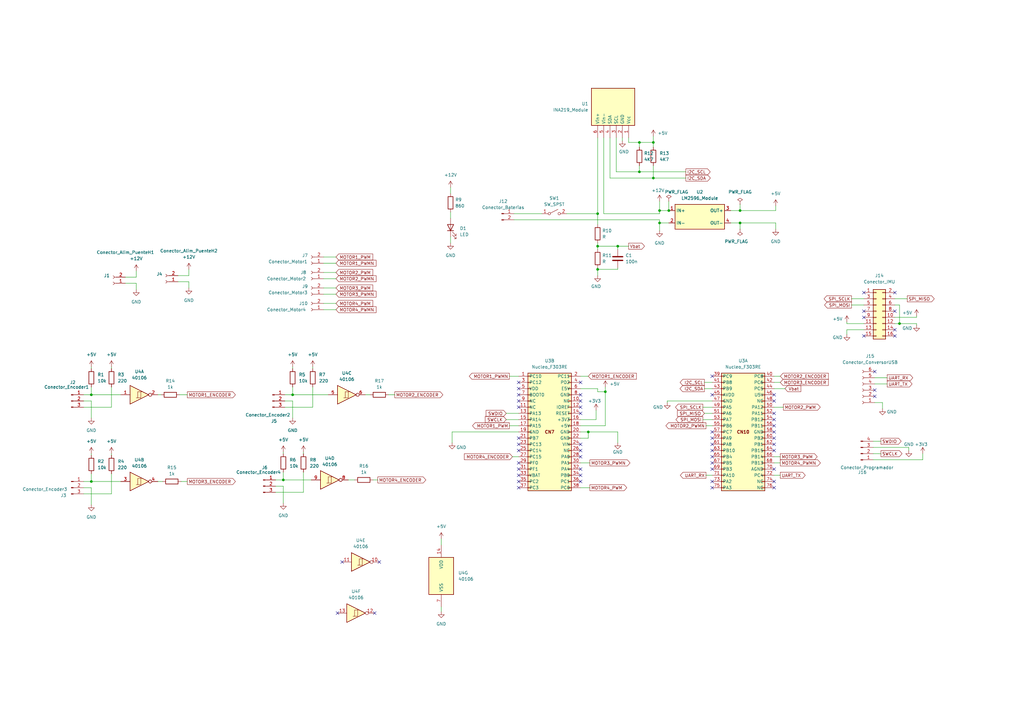
<source format=kicad_sch>
(kicad_sch (version 20211123) (generator eeschema)
  (paper "A3")
  (junction (at 248.285 160.655))
  (junction (at 274.32 86.36))
  (junction (at 270.51 91.44))
  (junction (at 262.255 70.485))
  (junction (at 245.11 110.49))
  (junction (at 303.53 91.44))
  (junction (at 245.11 100.965))
  (junction (at 262.255 58.42))
  (junction (at 120.015 161.925))
  (junction (at 241.3 177.165))
  (junction (at 303.53 86.36))
  (junction (at 37.465 197.485))
  (junction (at 267.97 73.025))
  (junction (at 253.365 100.965))
  (junction (at 368.935 132.715))
  (junction (at 270.51 86.36))
  (junction (at 37.465 161.925))
  (junction (at 116.205 196.85))
  (junction (at 267.97 58.42))
  (junction (at 245.11 87.63))
  (no_connect (at 212.725 161.925))
  (no_connect (at 317.5 192.405))
  (no_connect (at 317.5 182.245))
  (no_connect (at 317.5 184.785))
  (no_connect (at 212.725 156.845))
  (no_connect (at 354.33 137.795))
  (no_connect (at 212.725 200.025))
  (no_connect (at 354.33 127.635))
  (no_connect (at 367.03 135.255))
  (no_connect (at 212.725 197.485))
  (no_connect (at 317.5 169.545))
  (no_connect (at 367.03 137.795))
  (no_connect (at 140.335 230.505))
  (no_connect (at 317.5 172.085))
  (no_connect (at 367.03 120.015))
  (no_connect (at 238.125 187.325))
  (no_connect (at 153.67 251.46))
  (no_connect (at 292.1 154.305))
  (no_connect (at 138.43 251.46))
  (no_connect (at 238.125 194.945))
  (no_connect (at 238.125 161.925))
  (no_connect (at 238.125 182.245))
  (no_connect (at 292.1 182.245))
  (no_connect (at 317.5 174.625))
  (no_connect (at 354.33 130.175))
  (no_connect (at 317.5 161.925))
  (no_connect (at 358.775 152.4))
  (no_connect (at 292.1 187.325))
  (no_connect (at 358.775 160.02))
  (no_connect (at 238.125 184.785))
  (no_connect (at 358.775 162.56))
  (no_connect (at 238.125 169.545))
  (no_connect (at 367.03 127.635))
  (no_connect (at 317.5 200.025))
  (no_connect (at 212.725 179.705))
  (no_connect (at 212.725 189.865))
  (no_connect (at 317.5 197.485))
  (no_connect (at 238.125 167.005))
  (no_connect (at 317.5 179.705))
  (no_connect (at 292.1 179.705))
  (no_connect (at 212.725 164.465))
  (no_connect (at 238.125 192.405))
  (no_connect (at 238.125 164.465))
  (no_connect (at 292.1 197.485))
  (no_connect (at 238.125 197.485))
  (no_connect (at 292.1 200.025))
  (no_connect (at 212.725 184.785))
  (no_connect (at 155.575 230.505))
  (no_connect (at 292.1 161.925))
  (no_connect (at 317.5 177.165))
  (no_connect (at 292.1 189.865))
  (no_connect (at 354.33 120.015))
  (no_connect (at 292.1 192.405))
  (no_connect (at 212.725 194.945))
  (no_connect (at 238.125 156.845))
  (no_connect (at 212.725 167.005))
  (no_connect (at 212.725 182.245))
  (no_connect (at 212.725 159.385))
  (no_connect (at 212.725 192.405))
  (no_connect (at 292.1 184.785))
  (no_connect (at 317.5 164.465))
  (no_connect (at 292.1 177.165))
  (wire (pts (xy 247.65 87.63) (xy 270.51 87.63)))
  (wire (pts (xy 288.925 156.845) (xy 292.1 156.845)))
  (wire (pts (xy 247.65 56.515) (xy 247.65 87.63)))
  (wire (pts (xy 367.03 122.555) (xy 372.11 122.555)))
  (wire (pts (xy 267.97 55.88) (xy 267.97 58.42)))
  (wire (pts (xy 274.32 91.44) (xy 270.51 91.44)))
  (wire (pts (xy 45.72 158.75) (xy 45.72 167.005)))
  (wire (pts (xy 375.92 129.54) (xy 375.92 130.175)))
  (wire (pts (xy 245.11 87.63) (xy 245.11 92.075)))
  (wire (pts (xy 317.5 154.305) (xy 320.04 154.305)))
  (wire (pts (xy 347.345 132.08) (xy 347.345 132.715)))
  (wire (pts (xy 184.785 79.375) (xy 184.785 76.835)))
  (wire (pts (xy 45.72 194.31) (xy 45.72 202.565)))
  (wire (pts (xy 73.025 113.03) (xy 77.47 113.03)))
  (wire (pts (xy 120.015 150.495) (xy 120.015 151.13)))
  (wire (pts (xy 238.125 179.705) (xy 241.3 179.705)))
  (wire (pts (xy 255.27 56.515) (xy 255.27 57.785)))
  (wire (pts (xy 120.015 161.925) (xy 134.62 161.925)))
  (wire (pts (xy 37.465 186.055) (xy 37.465 186.69)))
  (wire (pts (xy 318.135 91.44) (xy 318.135 93.98)))
  (wire (pts (xy 245.11 100.965) (xy 253.365 100.965)))
  (wire (pts (xy 253.365 177.165) (xy 253.365 181.61)))
  (wire (pts (xy 34.29 197.485) (xy 37.465 197.485)))
  (wire (pts (xy 318.135 84.455) (xy 318.135 86.36)))
  (wire (pts (xy 270.51 82.55) (xy 270.51 86.36)))
  (wire (pts (xy 303.53 86.36) (xy 318.135 86.36)))
  (wire (pts (xy 281.305 70.485) (xy 262.255 70.485)))
  (wire (pts (xy 252.73 70.485) (xy 252.73 56.515)))
  (wire (pts (xy 349.25 125.095) (xy 354.33 125.095)))
  (wire (pts (xy 238.125 172.085) (xy 244.475 172.085)))
  (wire (pts (xy 180.975 220.98) (xy 180.975 223.52)))
  (wire (pts (xy 212.725 169.545) (xy 207.645 169.545)))
  (wire (pts (xy 347.345 137.16) (xy 347.345 135.255)))
  (wire (pts (xy 185.42 177.165) (xy 212.725 177.165)))
  (wire (pts (xy 34.29 200.025) (xy 37.465 200.025)))
  (wire (pts (xy 253.365 109.855) (xy 253.365 110.49)))
  (wire (pts (xy 367.03 125.095) (xy 368.935 125.095)))
  (wire (pts (xy 303.53 91.44) (xy 318.135 91.44)))
  (wire (pts (xy 184.785 86.995) (xy 184.785 89.535)))
  (wire (pts (xy 113.03 196.85) (xy 116.205 196.85)))
  (wire (pts (xy 210.82 87.63) (xy 222.25 87.63)))
  (wire (pts (xy 299.72 91.44) (xy 303.53 91.44)))
  (wire (pts (xy 303.53 83.82) (xy 303.53 86.36)))
  (wire (pts (xy 74.295 197.485) (xy 76.835 197.485)))
  (wire (pts (xy 212.725 187.325) (xy 210.185 187.325)))
  (wire (pts (xy 262.255 70.485) (xy 252.73 70.485)))
  (wire (pts (xy 317.5 156.845) (xy 320.04 156.845)))
  (wire (pts (xy 367.03 130.175) (xy 375.92 130.175)))
  (wire (pts (xy 262.255 67.945) (xy 262.255 70.485)))
  (wire (pts (xy 267.97 60.325) (xy 267.97 58.42)))
  (wire (pts (xy 270.51 87.63) (xy 270.51 86.36)))
  (wire (pts (xy 257.81 56.515) (xy 257.81 58.42)))
  (wire (pts (xy 64.77 161.925) (xy 66.04 161.925)))
  (wire (pts (xy 238.125 200.025) (xy 241.935 200.025)))
  (wire (pts (xy 245.11 100.965) (xy 245.11 102.235)))
  (wire (pts (xy 248.285 160.655) (xy 248.285 174.625)))
  (wire (pts (xy 132.715 118.11) (xy 137.795 118.11)))
  (wire (pts (xy 37.465 197.485) (xy 49.53 197.485)))
  (wire (pts (xy 77.47 113.03) (xy 77.47 110.49)))
  (wire (pts (xy 244.475 168.275) (xy 244.475 172.085)))
  (wire (pts (xy 184.785 97.155) (xy 184.785 99.695)))
  (wire (pts (xy 248.285 158.75) (xy 248.285 160.655)))
  (wire (pts (xy 288.29 167.005) (xy 292.1 167.005)))
  (wire (pts (xy 253.365 110.49) (xy 245.11 110.49)))
  (wire (pts (xy 132.715 120.65) (xy 137.795 120.65)))
  (wire (pts (xy 132.715 105.41) (xy 137.795 105.41)))
  (wire (pts (xy 250.19 73.025) (xy 267.97 73.025)))
  (wire (pts (xy 270.51 86.36) (xy 274.32 86.36)))
  (wire (pts (xy 241.935 189.865) (xy 238.125 189.865)))
  (wire (pts (xy 124.46 185.42) (xy 124.46 186.055)))
  (wire (pts (xy 207.645 172.085) (xy 212.725 172.085)))
  (wire (pts (xy 238.125 159.385) (xy 245.11 159.385)))
  (wire (pts (xy 45.72 186.055) (xy 45.72 186.69)))
  (wire (pts (xy 208.915 154.305) (xy 212.725 154.305)))
  (wire (pts (xy 55.88 118.745) (xy 55.88 116.205)))
  (wire (pts (xy 34.29 202.565) (xy 45.72 202.565)))
  (wire (pts (xy 245.11 110.49) (xy 245.11 113.03)))
  (wire (pts (xy 273.685 164.465) (xy 292.1 164.465)))
  (wire (pts (xy 270.51 91.44) (xy 270.51 90.17)))
  (wire (pts (xy 288.925 169.545) (xy 292.1 169.545)))
  (wire (pts (xy 321.31 167.005) (xy 317.5 167.005)))
  (wire (pts (xy 361.95 165.1) (xy 358.775 165.1)))
  (wire (pts (xy 270.51 91.44) (xy 270.51 94.615)))
  (wire (pts (xy 232.41 87.63) (xy 245.11 87.63)))
  (wire (pts (xy 375.92 133.35) (xy 375.92 132.715)))
  (wire (pts (xy 241.3 154.305) (xy 238.125 154.305)))
  (wire (pts (xy 128.27 150.495) (xy 128.27 151.13)))
  (wire (pts (xy 180.975 250.825) (xy 180.975 248.92)))
  (wire (pts (xy 262.255 58.42) (xy 267.97 58.42)))
  (wire (pts (xy 358.14 180.975) (xy 361.315 180.975)))
  (wire (pts (xy 248.285 174.625) (xy 238.125 174.625)))
  (wire (pts (xy 321.945 159.385) (xy 317.5 159.385)))
  (wire (pts (xy 267.97 73.025) (xy 281.305 73.025)))
  (wire (pts (xy 368.935 132.715) (xy 375.92 132.715)))
  (wire (pts (xy 51.435 113.665) (xy 55.88 113.665)))
  (wire (pts (xy 77.47 118.11) (xy 77.47 115.57)))
  (wire (pts (xy 34.29 167.005) (xy 45.72 167.005)))
  (wire (pts (xy 317.5 194.945) (xy 320.04 194.945)))
  (wire (pts (xy 55.88 116.205) (xy 51.435 116.205)))
  (wire (pts (xy 241.3 177.165) (xy 238.125 177.165)))
  (wire (pts (xy 358.775 154.94) (xy 363.855 154.94)))
  (wire (pts (xy 241.3 179.705) (xy 241.3 177.165)))
  (wire (pts (xy 368.935 125.095) (xy 368.935 132.715)))
  (wire (pts (xy 132.715 124.46) (xy 137.795 124.46)))
  (wire (pts (xy 288.925 159.385) (xy 292.1 159.385)))
  (wire (pts (xy 273.685 165.1) (xy 273.685 164.465)))
  (wire (pts (xy 77.47 115.57) (xy 73.025 115.57)))
  (wire (pts (xy 361.95 165.1) (xy 361.95 167.64)))
  (wire (pts (xy 116.205 199.39) (xy 116.205 206.375)))
  (wire (pts (xy 132.715 114.3) (xy 137.795 114.3)))
  (wire (pts (xy 250.19 56.515) (xy 250.19 73.025)))
  (wire (pts (xy 34.29 161.925) (xy 37.465 161.925)))
  (wire (pts (xy 113.03 201.93) (xy 124.46 201.93)))
  (wire (pts (xy 367.03 132.715) (xy 368.935 132.715)))
  (wire (pts (xy 262.255 58.42) (xy 262.255 60.325)))
  (wire (pts (xy 358.775 157.48) (xy 363.855 157.48)))
  (wire (pts (xy 358.14 186.055) (xy 361.315 186.055)))
  (wire (pts (xy 116.205 196.85) (xy 116.205 193.675)))
  (wire (pts (xy 292.1 194.945) (xy 289.56 194.945)))
  (wire (pts (xy 37.465 161.925) (xy 49.53 161.925)))
  (wire (pts (xy 34.29 164.465) (xy 37.465 164.465)))
  (wire (pts (xy 132.715 127) (xy 137.795 127)))
  (wire (pts (xy 274.32 82.55) (xy 274.32 86.36)))
  (wire (pts (xy 37.465 197.485) (xy 37.465 194.31)))
  (wire (pts (xy 303.53 93.98) (xy 303.53 91.44)))
  (wire (pts (xy 149.86 161.925) (xy 151.765 161.925)))
  (wire (pts (xy 347.345 135.255) (xy 354.33 135.255)))
  (wire (pts (xy 132.715 107.95) (xy 137.795 107.95)))
  (wire (pts (xy 358.14 183.515) (xy 372.745 183.515)))
  (wire (pts (xy 159.385 161.925) (xy 161.925 161.925)))
  (wire (pts (xy 132.715 111.76) (xy 137.795 111.76)))
  (wire (pts (xy 253.365 100.965) (xy 257.81 100.965)))
  (wire (pts (xy 317.5 187.325) (xy 320.04 187.325)))
  (wire (pts (xy 208.915 174.625) (xy 212.725 174.625)))
  (wire (pts (xy 378.46 186.055) (xy 378.46 188.595)))
  (wire (pts (xy 120.015 164.465) (xy 120.015 171.45)))
  (wire (pts (xy 113.03 199.39) (xy 116.205 199.39)))
  (wire (pts (xy 116.84 164.465) (xy 120.015 164.465)))
  (wire (pts (xy 349.25 122.555) (xy 354.33 122.555)))
  (wire (pts (xy 120.015 161.925) (xy 120.015 158.75)))
  (wire (pts (xy 354.33 132.715) (xy 347.345 132.715)))
  (wire (pts (xy 245.11 160.655) (xy 248.285 160.655)))
  (wire (pts (xy 73.66 161.925) (xy 76.835 161.925)))
  (wire (pts (xy 185.42 177.165) (xy 185.42 181.61)))
  (wire (pts (xy 153.035 196.85) (xy 154.94 196.85)))
  (wire (pts (xy 124.46 193.675) (xy 124.46 201.93)))
  (wire (pts (xy 210.82 90.17) (xy 270.51 90.17)))
  (wire (pts (xy 299.72 86.36) (xy 303.53 86.36)))
  (wire (pts (xy 142.875 196.85) (xy 145.415 196.85)))
  (wire (pts (xy 128.27 158.75) (xy 128.27 167.005)))
  (wire (pts (xy 55.88 113.665) (xy 55.88 111.125)))
  (wire (pts (xy 292.1 174.625) (xy 289.56 174.625)))
  (wire (pts (xy 37.465 150.495) (xy 37.465 151.13)))
  (wire (pts (xy 64.77 197.485) (xy 66.675 197.485)))
  (wire (pts (xy 245.11 56.515) (xy 245.11 87.63)))
  (wire (pts (xy 45.72 150.495) (xy 45.72 151.13)))
  (wire (pts (xy 116.205 185.42) (xy 116.205 186.055)))
  (wire (pts (xy 116.84 161.925) (xy 120.015 161.925)))
  (wire (pts (xy 288.29 172.085) (xy 292.1 172.085)))
  (wire (pts (xy 116.84 167.005) (xy 128.27 167.005)))
  (wire (pts (xy 358.14 188.595) (xy 378.46 188.595)))
  (wire (pts (xy 245.11 109.855) (xy 245.11 110.49)))
  (wire (pts (xy 241.3 177.165) (xy 253.365 177.165)))
  (wire (pts (xy 372.745 183.515) (xy 372.745 184.785)))
  (wire (pts (xy 257.81 58.42) (xy 262.255 58.42)))
  (wire (pts (xy 37.465 161.925) (xy 37.465 158.75)))
  (wire (pts (xy 245.11 159.385) (xy 245.11 160.655)))
  (wire (pts (xy 267.97 67.945) (xy 267.97 73.025)))
  (wire (pts (xy 245.11 99.695) (xy 245.11 100.965)))
  (wire (pts (xy 317.5 189.865) (xy 320.04 189.865)))
  (wire (pts (xy 37.465 200.025) (xy 37.465 207.01)))
  (wire (pts (xy 37.465 164.465) (xy 37.465 171.45)))
  (wire (pts (xy 116.205 196.85) (xy 127.635 196.85)))
  (wire (pts (xy 253.365 102.235) (xy 253.365 100.965)))
  (global_label "SWCLK" (shape output) (at 361.315 186.055 0) (property "Intersheet References" "${INTERSHEET_REFS}" (effects hide)))
  (global_label "MOTOR2_ENCODER" (shape output) (at 161.925 161.925 0) (property "Intersheet References" "${INTERSHEET_REFS}" (effects hide)))
  (global_label "I2C_SDA" (shape output) (at 288.925 159.385 180) (property "Intersheet References" "${INTERSHEET_REFS}" (effects hide)))
  (global_label "MOTOR4_PWM" (shape output) (at 241.935 200.025 0) (property "Intersheet References" "${INTERSHEET_REFS}" (effects hide)))
  (global_label "MOTOR3_PWMN" (shape output) (at 241.935 189.865 0) (property "Intersheet References" "${INTERSHEET_REFS}" (effects hide)))
  (global_label "SWDIO" (shape output) (at 361.315 180.975 0) (property "Intersheet References" "${INTERSHEET_REFS}" (effects hide)))
  (global_label "SPI_MOSI" (shape output) (at 349.25 125.095 180) (property "Intersheet References" "${INTERSHEET_REFS}" (effects hide)))
  (global_label "MOTOR4_PWMN" (shape output) (at 320.04 189.865 0) (property "Intersheet References" "${INTERSHEET_REFS}" (effects hide)))
  (global_label "MOTOR1_PWMN" (shape output) (at 208.915 154.305 180) (property "Intersheet References" "${INTERSHEET_REFS}" (effects hide)))
  (global_label "UART_RX" (shape output) (at 363.855 154.94 0) (property "Intersheet References" "${INTERSHEET_REFS}" (effects hide)))
  (global_label "SPI_SCLK" (shape output) (at 349.25 122.555 180) (property "Intersheet References" "${INTERSHEET_REFS}" (effects hide)))
  (global_label "SPI_MOSI" (shape output) (at 288.29 172.085 180) (property "Intersheet References" "${INTERSHEET_REFS}" (effects hide)))
  (global_label "Vbat" (shape output) (at 257.81 100.965 0) (property "Intersheet References" "${INTERSHEET_REFS}" (effects hide)))
  (global_label "I2C_SDA" (shape output) (at 281.305 73.025 0) (property "Intersheet References" "${INTERSHEET_REFS}" (effects hide)))
  (global_label "I2C_SCL" (shape output) (at 281.305 70.485 0) (property "Intersheet References" "${INTERSHEET_REFS}" (effects hide)))
  (global_label "MOTOR4_PWM" (shape input) (at 137.795 124.46 0) (property "Intersheet References" "${INTERSHEET_REFS}" (effects hide)))
  (global_label "SWCLK" (shape input) (at 207.645 172.085 180) (property "Intersheet References" "${INTERSHEET_REFS}" (effects hide)))
  (global_label "MOTOR4_PWMN" (shape input) (at 137.795 127 0) (property "Intersheet References" "${INTERSHEET_REFS}" (effects hide)))
  (global_label "MOTOR2_PWMN" (shape input) (at 137.795 114.3 0) (property "Intersheet References" "${INTERSHEET_REFS}" (effects hide)))
  (global_label "SPI_SCLK" (shape output) (at 288.29 167.005 180) (property "Intersheet References" "${INTERSHEET_REFS}" (effects hide)))
  (global_label "MOTOR1_PWM" (shape output) (at 208.915 174.625 180) (property "Intersheet References" "${INTERSHEET_REFS}" (effects hide)))
  (global_label "SWDIO" (shape input) (at 207.645 169.545 180) (property "Intersheet References" "${INTERSHEET_REFS}" (effects hide)))
  (global_label "MOTOR2_PWM" (shape output) (at 321.31 167.005 0) (property "Intersheet References" "${INTERSHEET_REFS}" (effects hide)))
  (global_label "MOTOR1_ENCODER" (shape input) (at 241.3 154.305 0) (property "Intersheet References" "${INTERSHEET_REFS}" (effects hide)))
  (global_label "MOTOR3_PWM" (shape output) (at 320.04 187.325 0) (property "Intersheet References" "${INTERSHEET_REFS}" (effects hide)))
  (global_label "UART_TX" (shape output) (at 320.04 194.945 0) (property "Intersheet References" "${INTERSHEET_REFS}" (effects hide)))
  (global_label "SPI_MISO" (shape input) (at 288.925 169.545 180) (property "Intersheet References" "${INTERSHEET_REFS}" (effects hide)))
  (global_label "UART_TX" (shape output) (at 363.855 157.48 0) (property "Intersheet References" "${INTERSHEET_REFS}" (effects hide)))
  (global_label "MOTOR3_PWM" (shape input) (at 137.795 118.11 0) (property "Intersheet References" "${INTERSHEET_REFS}" (effects hide)))
  (global_label "MOTOR1_ENCODER" (shape output) (at 76.835 161.925 0) (property "Intersheet References" "${INTERSHEET_REFS}" (effects hide)))
  (global_label "MOTOR2_PWM" (shape input) (at 137.795 111.76 0) (property "Intersheet References" "${INTERSHEET_REFS}" (effects hide)))
  (global_label "MOTOR2_PWMN" (shape output) (at 289.56 174.625 180) (property "Intersheet References" "${INTERSHEET_REFS}" (effects hide)))
  (global_label "Vbat" (shape input) (at 321.945 159.385 0) (property "Intersheet References" "${INTERSHEET_REFS}" (effects hide)))
  (global_label "I2C_SCL" (shape output) (at 288.925 156.845 180) (property "Intersheet References" "${INTERSHEET_REFS}" (effects hide)))
  (global_label "MOTOR3_PWMN" (shape input) (at 137.795 120.65 0) (property "Intersheet References" "${INTERSHEET_REFS}" (effects hide)))
  (global_label "UART_RX" (shape output) (at 289.56 194.945 180) (property "Intersheet References" "${INTERSHEET_REFS}" (effects hide)))
  (global_label "MOTOR3_ENCODER" (shape output) (at 76.835 197.485 0) (property "Intersheet References" "${INTERSHEET_REFS}" (effects hide)))
  (global_label "MOTOR1_PWMN" (shape input) (at 137.795 107.95 0) (property "Intersheet References" "${INTERSHEET_REFS}" (effects hide)))
  (global_label "SPI_MISO" (shape output) (at 372.11 122.555 0) (property "Intersheet References" "${INTERSHEET_REFS}" (effects hide)))
  (global_label "MOTOR4_ENCODER" (shape output) (at 154.94 196.85 0) (property "Intersheet References" "${INTERSHEET_REFS}" (effects hide)))
  (global_label "MOTOR4_ENCODER" (shape input) (at 210.185 187.325 180) (property "Intersheet References" "${INTERSHEET_REFS}" (effects hide)))
  (global_label "MOTOR2_ENCODER" (shape input) (at 320.04 154.305 0) (property "Intersheet References" "${INTERSHEET_REFS}" (effects hide)))
  (global_label "MOTOR3_ENCODER" (shape input) (at 320.04 156.845 0) (property "Intersheet References" "${INTERSHEET_REFS}" (effects hide)))
  (global_label "MOTOR1_PWM" (shape input) (at 137.795 105.41 0) (property "Intersheet References" "${INTERSHEET_REFS}" (effects hide)))
  (symbol (lib_id "Connector:Conn_01x03_Male") (at 29.21 200.025 0) (unit 1)
    (property "Reference" "J3" (at 26.035 203.2 0))
    (property "Value" "Conector_Encoder3" (at 18.415 200.66 0))
    (property "Footprint" "Connector_JST:JST_EH_B3B-EH-A_1x03_P2.50mm_Vertical" (effects hide))
  )
  (symbol (lib_id "Connector:Conn_01x03_Male") (at 111.76 164.465 0) (unit 1)
    (property "Reference" "J5" (at 112.395 172.72 0))
    (property "Value" "Conector_Encoder2" (at 109.855 170.18 0))
    (property "Footprint" "Connector_JST:JST_EH_B3B-EH-A_1x03_P2.50mm_Vertical" (effects hide))
  )
  (symbol (lib_id "Connector:Conn_01x02_Female") (at 127.635 120.65 180) (unit 1)
    (property "Reference" "J9" (at 125.095 117.475 0))
    (property "Value" "Conector_Motor3" (at 118.11 120.015 0))
    (property "Footprint" "Connector_PinHeader_2.54mm:PinHeader_1x02_P2.54mm_Vertical" (effects hide))
  )
  (symbol (lib_id "power:GND") (at 55.88 118.745 0) (unit 1)
    (property "Reference" "#PWR02" (effects hide))
    (property "Value" "GND" (at 55.88 123.825 0))
  )
  (symbol (lib_id "4xxx:40106") (at 57.15 197.485 0) (unit 2)
    (property "Reference" "U4" (at 57.15 188.595 0))
    (property "Value" "40106" (at 57.15 191.135 0))
    (property "Footprint" "Package_DIP:DIP-14_W7.62mm_LongPads" (effects hide))
    (property "Datasheet" "https://assets.nexperia.com/documents/data-sheet/HEF40106B.pdf" (effects hide))
  )
  (symbol (lib_id "power:GND") (at 255.27 57.785 0) (mirror y) (unit 1)
    (property "Reference" "#PWR025" (effects hide))
    (property "Value" "GND" (at 255.905 62.23 0))
  )
  (symbol (lib_id "power:+5V") (at 248.285 158.75 0) (mirror y) (unit 1)
    (property "Reference" "#PWR022" (effects hide))
    (property "Value" "+5V" (at 252.095 157.48 0))
  )
  (symbol (lib_id "power:GND") (at 273.685 165.1 0) (unit 1)
    (property "Reference" "#PWR023" (effects hide))
    (property "Value" "GND" (at 269.875 167.005 0))
  )
  (symbol (lib_id "power:+3V3") (at 378.46 186.055 0) (unit 1)
    (property "Reference" "#PWR0106" (effects hide))
    (property "Value" "+3V3" (at 377.825 182.245 0))
  )
  (symbol (lib_id "4xxx:40106") (at 57.15 161.925 0) (unit 1)
    (property "Reference" "U4" (at 57.15 152.4 0))
    (property "Value" "40106" (at 57.15 154.94 0))
    (property "Footprint" "Package_DIP:DIP-14_W7.62mm_LongPads" (effects hide))
    (property "Datasheet" "https://assets.nexperia.com/documents/data-sheet/HEF40106B.pdf" (effects hide))
  )
  (symbol (lib_id "Connector:Conn_01x02_Female") (at 127.635 114.3 180) (unit 1)
    (property "Reference" "J8" (at 124.46 111.76 0))
    (property "Value" "Conector_Motor2" (at 117.475 114.3 0))
    (property "Footprint" "Connector_PinHeader_2.54mm:PinHeader_1x02_P2.54mm_Vertical" (effects hide))
  )
  (symbol (lib_id "power:+5V") (at 124.46 185.42 0) (unit 1)
    (property "Reference" "#PWR016" (effects hide))
    (property "Value" "+5V" (at 124.46 180.34 0))
  )
  (symbol (lib_id "4xxx:40106") (at 142.24 161.925 0) (unit 3)
    (property "Reference" "U4" (at 142.24 153.035 0))
    (property "Value" "40106" (at 142.24 155.575 0))
    (property "Footprint" "Package_DIP:DIP-14_W7.62mm_LongPads" (effects hide))
    (property "Datasheet" "https://assets.nexperia.com/documents/data-sheet/HEF40106B.pdf" (effects hide))
  )
  (symbol (lib_id "power:PWR_FLAG") (at 303.53 93.98 180) (unit 1)
    (property "Reference" "#FLG03" (effects hide))
    (property "Value" "PWR_FLAG" (at 297.18 99.06 0) (effects (justify right)))
  )
  (symbol (lib_id "power:+12V") (at 77.47 110.49 0) (unit 1)
    (property "Reference" "#PWR09" (effects hide))
    (property "Value" "+12V" (at 77.47 105.41 0))
  )
  (symbol (lib_id "Device:R") (at 245.11 106.045 0) (unit 1)
    (property "Reference" "R11" (at 247.015 104.7749 0) (effects (justify left)))
    (property "Value" "R" (at 247.015 107.3149 0) (effects (justify left)))
    (property "Footprint" "CustomLib:R_Axial_Custom" (effects hide))
  )
  (symbol (lib_id "power:GND") (at 372.745 184.785 0) (unit 1)
    (property "Reference" "#PWR0104" (effects hide))
    (property "Value" "GND" (at 372.745 182.245 0))
  )
  (symbol (lib_id "Connector:Conn_01x03_Male") (at 29.21 164.465 0) (unit 1)
    (property "Reference" "J2" (at 29.845 156.845 0))
    (property "Value" "Conector_Encoder1" (at 27.305 158.75 0))
    (property "Footprint" "Connector_JST:JST_EH_B3B-EH-A_1x03_P2.50mm_Vertical" (effects hide))
  )
  (symbol (lib_id "power:+12V") (at 270.51 82.55 0) (unit 1)
    (property "Reference" "#PWR027" (effects hide))
    (property "Value" "+12V" (at 269.875 78.105 0))
  )
  (symbol (lib_id "Connector:Conn_01x02_Female") (at 127.635 107.95 180) (unit 1)
    (property "Reference" "J7" (at 125.095 104.775 0))
    (property "Value" "Conector_Motor1" (at 118.11 107.315 0))
    (property "Footprint" "Connector_PinHeader_2.54mm:PinHeader_1x02_P2.54mm_Vertical" (effects hide))
  )
  (symbol (lib_id "Device:R") (at 245.11 95.885 0) (unit 1)
    (property "Reference" "R10" (at 247.015 94.6149 0) (effects (justify left)))
    (property "Value" "R" (at 247.015 97.1549 0) (effects (justify left)))
    (property "Footprint" "CustomLib:R_Axial_Custom" (effects hide))
  )
  (symbol (lib_id "power:GND") (at 245.11 113.03 0) (unit 1)
    (property "Reference" "#PWR024" (effects hide))
    (property "Value" "GND" (at 244.475 117.475 0))
  )
  (symbol (lib_id "power:+5V") (at 116.205 185.42 0) (unit 1)
    (property "Reference" "#PWR013" (effects hide))
    (property "Value" "+5V" (at 116.205 180.34 0))
  )
  (symbol (lib_id "power:GND") (at 37.465 171.45 0) (unit 1)
    (property "Reference" "#PWR04" (effects hide))
    (property "Value" "GND" (at 37.465 176.53 0))
  )
  (symbol (lib_id "Device:R") (at 124.46 189.865 0) (unit 1)
    (property "Reference" "R8" (at 127 188.5949 0) (effects (justify left)))
    (property "Value" "220" (at 127 191.1349 0) (effects (justify left)))
    (property "Footprint" "CustomLib:R_Axial_Custom" (effects hide))
  )
  (symbol (lib_id "Device:R") (at 37.465 154.94 0) (unit 1)
    (property "Reference" "R1" (at 40.005 153.6699 0) (effects (justify left)))
    (property "Value" "10k" (at 40.005 156.2099 0) (effects (justify left)))
    (property "Footprint" "CustomLib:R_Axial_Custom" (effects hide))
  )
  (symbol (lib_id "power:+5V") (at 120.015 150.495 0) (unit 1)
    (property "Reference" "#PWR011" (effects hide))
    (property "Value" "+5V" (at 120.015 145.415 0))
  )
  (symbol (lib_id "Switch:SW_SPST") (at 227.33 87.63 0) (unit 1)
    (property "Reference" "SW1" (at 227.33 81.28 0))
    (property "Value" "SW_SPST" (at 227.33 83.82 0))
    (property "Footprint" "CustomLib:SW_SPST" (effects hide))
  )
  (symbol (lib_id "Connector:Conn_01x02_Female") (at 127.635 127 180) (unit 1)
    (property "Reference" "J10" (at 124.46 124.46 0))
    (property "Value" "Conector_Motor4" (at 117.475 127 0))
    (property "Footprint" "Connector_PinHeader_2.54mm:PinHeader_1x02_P2.54mm_Vertical" (effects hide))
  )
  (symbol (lib_id "power:+5V") (at 45.72 186.055 0) (unit 1)
    (property "Reference" "#PWR08" (effects hide))
    (property "Value" "+5V" (at 45.72 180.975 0))
  )
  (symbol (lib_id "power:+12V") (at 55.88 111.125 0) (unit 1)
    (property "Reference" "#PWR01" (effects hide))
    (property "Value" "+12V" (at 55.88 106.045 0))
  )
  (symbol (lib_id "Connector:Conn_01x04_Male") (at 353.06 186.055 0) (mirror x) (unit 1)
    (property "Reference" "J16" (at 353.695 193.675 0))
    (property "Value" "Conector_Programador" (at 355.6 191.77 0))
    (property "Footprint" "Connector_PinSocket_2.54mm:PinSocket_1x04_P2.54mm_Vertical" (effects hide))
  )
  (symbol (lib_id "power:+5V") (at 318.135 84.455 0) (unit 1)
    (property "Reference" "#PWR030" (effects hide))
    (property "Value" "+5V" (at 318.135 79.375 0))
  )
  (symbol (lib_id "power:PWR_FLAG") (at 274.32 82.55 0) (unit 1)
    (property "Reference" "#FLG01" (effects hide))
    (property "Value" "PWR_FLAG" (at 277.495 78.74 0))
  )
  (symbol (lib_id "Device:R") (at 120.015 154.94 0) (unit 1)
    (property "Reference" "R5" (at 122.555 153.6699 0) (effects (justify left)))
    (property "Value" "10k" (at 122.555 156.2099 0) (effects (justify left)))
    (property "Footprint" "CustomLib:R_Axial_Custom" (effects hide))
  )
  (symbol (lib_id "power:+3V3") (at 244.475 168.275 0) (unit 1)
    (property "Reference" "#PWR0105" (effects hide))
    (property "Value" "+3V3" (at 243.84 164.465 0))
  )
  (symbol (lib_id "power:GND") (at 318.135 93.98 0) (unit 1)
    (property "Reference" "#PWR031" (effects hide))
    (property "Value" "GND" (at 318.135 99.06 0))
  )
  (symbol (lib_id "Device:C") (at 253.365 106.045 0) (unit 1)
    (property "Reference" "C1" (at 256.54 104.7749 0) (effects (justify left)))
    (property "Value" "100n" (at 256.54 107.3149 0) (effects (justify left)))
    (property "Footprint" "Capacitor_THT:C_Disc_D4.3mm_W1.9mm_P5.00mm" (effects hide))
  )
  (symbol (lib_id "Connector:Conn_01x06_Female") (at 353.695 160.02 180) (unit 1)
    (property "Reference" "J15" (at 356.87 146.05 0))
    (property "Value" "Conector_ConversorUSB" (at 356.87 148.59 0))
    (property "Footprint" "Connector_PinSocket_2.54mm:PinSocket_1x06_P2.54mm_Horizontal" (effects hide))
  )
  (symbol (lib_id "power:GND") (at 347.345 137.16 0) (unit 1)
    (property "Reference" "#PWR033" (effects hide))
    (property "Value" "GND" (at 343.535 138.43 0))
  )
  (symbol (lib_id "Connector_Generic:Conn_02x08_Odd_Even") (at 359.41 127.635 0) (unit 1)
    (property "Reference" "J14" (at 360.68 113.03 0))
    (property "Value" "Conector_IMU" (at 360.68 115.57 0))
    (property "Footprint" "CustomLib:Conector_IMU" (effects hide))
  )
  (symbol (lib_id "Device:R") (at 262.255 64.135 0) (unit 1)
    (property "Reference" "R12" (at 264.16 62.8649 0) (effects (justify left)))
    (property "Value" "4K7" (at 264.16 65.4049 0) (effects (justify left)))
    (property "Footprint" "CustomLib:R_Axial_Custom" (effects hide))
  )
  (symbol (lib_id "CustomLib:LM2596_Module") (at 287.02 86.36 0) (unit 1)
    (property "Reference" "U2" (at 287.02 78.74 0))
    (property "Value" "LM2596_Module" (at 287.02 81.28 0))
    (property "Footprint" "CustomLib:DCDC_StepDown_LM2596" (effects hide))
  )
  (symbol (lib_id "Device:R") (at 37.465 190.5 0) (unit 1)
    (property "Reference" "R2" (at 40.005 189.2299 0) (effects (justify left)))
    (property "Value" "10k" (at 40.005 191.7699 0) (effects (justify left)))
    (property "Footprint" "CustomLib:R_Axial_Custom" (effects hide))
  )
  (symbol (lib_id "power:+5V") (at 375.92 129.54 0) (unit 1)
    (property "Reference" "#PWR035" (effects hide))
    (property "Value" "+5V" (at 372.11 128.27 0))
  )
  (symbol (lib_id "CustomLib:INA219_Module") (at 251.46 42.545 0) (mirror y) (unit 1)
    (property "Reference" "U1" (at 241.3 42.5449 0) (effects (justify left)))
    (property "Value" "INA219_Module" (at 241.3 45.0849 0) (effects (justify left)))
    (property "Footprint" "CustomLib:INA219_Module" (effects hide))
  )
  (symbol (lib_id "Device:R") (at 70.485 197.485 90) (unit 1)
    (property "Reference" "R15" (at 70.485 191.77 90))
    (property "Value" "1k" (at 70.485 194.31 90))
    (property "Footprint" "CustomLib:R_Axial_Custom" (effects hide))
  )
  (symbol (lib_id "power:+5V") (at 37.465 186.055 0) (unit 1)
    (property "Reference" "#PWR05" (effects hide))
    (property "Value" "+5V" (at 37.465 180.975 0))
  )
  (symbol (lib_id "Connector:Conn_01x02_Female") (at 67.945 115.57 180) (unit 1)
    (property "Reference" "J4" (at 65.405 112.395 0))
    (property "Value" "Conector_Alim_PuenteH2" (at 77.47 102.87 0))
    (property "Footprint" "Connector_JST:JST_EH_B2B-EH-A_1x02_P2.50mm_Vertical" (effects hide))
  )
  (symbol (lib_id "4xxx:40106") (at 146.05 251.46 0) (unit 6)
    (property "Reference" "U4" (at 146.05 242.57 0))
    (property "Value" "40106" (at 146.05 245.11 0))
    (property "Footprint" "Package_DIP:DIP-14_W7.62mm_LongPads" (effects hide))
    (property "Datasheet" "https://assets.nexperia.com/documents/data-sheet/HEF40106B.pdf" (effects hide))
  )
  (symbol (lib_id "Connector:Conn_01x03_Male") (at 107.95 199.39 0) (unit 1)
    (property "Reference" "J6" (at 108.585 191.77 0))
    (property "Value" "Conector_Encoder4" (at 106.045 193.675 0))
    (property "Footprint" "Connector_JST:JST_EH_B3B-EH-A_1x03_P2.50mm_Vertical" (effects hide))
  )
  (symbol (lib_id "power:GND") (at 184.785 99.695 0) (unit 1)
    (property "Reference" "#PWR019" (effects hide))
    (property "Value" "GND" (at 184.785 104.775 0))
  )
  (symbol (lib_id "Device:R") (at 69.85 161.925 90) (unit 1)
    (property "Reference" "R14" (at 69.85 156.21 90))
    (property "Value" "1k" (at 69.85 158.75 90))
    (property "Footprint" "CustomLib:R_Axial_Custom" (effects hide))
  )
  (symbol (lib_id "Device:R") (at 267.97 64.135 0) (unit 1)
    (property "Reference" "R13" (at 270.51 62.8649 0) (effects (justify left)))
    (property "Value" "4K7" (at 270.51 65.4049 0) (effects (justify left)))
    (property "Footprint" "CustomLib:R_Axial_Custom" (effects hide))
  )
  (symbol (lib_id "Device:LED") (at 184.785 93.345 90) (unit 1)
    (property "Reference" "D1" (at 188.595 93.6624 90) (effects (justify right)))
    (property "Value" "LED" (at 188.595 96.2024 90) (effects (justify right)))
    (property "Footprint" "LED_THT:LED_D5.0mm" (effects hide))
  )
  (symbol (lib_id "power:GND") (at 37.465 207.01 0) (unit 1)
    (property "Reference" "#PWR0103" (effects hide))
    (property "Value" "GND" (at 37.465 212.09 0))
  )
  (symbol (lib_id "power:GND") (at 120.015 171.45 0) (unit 1)
    (property "Reference" "#PWR0102" (effects hide))
    (property "Value" "GND" (at 120.015 176.53 0))
  )
  (symbol (lib_id "power:GND") (at 77.47 118.11 0) (unit 1)
    (property "Reference" "#PWR010" (effects hide))
    (property "Value" "GND" (at 77.47 123.19 0))
  )
  (symbol (lib_id "Device:R") (at 128.27 154.94 0) (unit 1)
    (property "Reference" "R7" (at 130.81 153.6699 0) (effects (justify left)))
    (property "Value" "220" (at 130.81 156.2099 0) (effects (justify left)))
    (property "Footprint" "CustomLib:R_Axial_Custom" (effects hide))
  )
  (symbol (lib_id "power:+5V") (at 128.27 150.495 0) (unit 1)
    (property "Reference" "#PWR015" (effects hide))
    (property "Value" "+5V" (at 128.27 145.415 0))
  )
  (symbol (lib_id "power:GND") (at 185.42 181.61 0) (mirror y) (unit 1)
    (property "Reference" "#PWR021" (effects hide))
    (property "Value" "GND" (at 189.23 183.515 0))
  )
  (symbol (lib_id "power:PWR_FLAG") (at 303.53 83.82 0) (unit 1)
    (property "Reference" "#FLG02" (effects hide))
    (property "Value" "PWR_FLAG" (at 303.53 78.74 0))
  )
  (symbol (lib_id "power:GND") (at 116.205 206.375 0) (unit 1)
    (property "Reference" "#PWR0101" (effects hide))
    (property "Value" "GND" (at 116.205 211.455 0))
  )
  (symbol (lib_id "power:+5V") (at 45.72 150.495 0) (unit 1)
    (property "Reference" "#PWR07" (effects hide))
    (property "Value" "+5V" (at 45.72 145.415 0))
  )
  (symbol (lib_id "power:+5V") (at 37.465 150.495 0) (unit 1)
    (property "Reference" "#PWR03" (effects hide))
    (property "Value" "+5V" (at 37.465 145.415 0))
  )
  (symbol (lib_id "Device:R") (at 149.225 196.85 90) (unit 1)
    (property "Reference" "R16" (at 149.225 191.135 90))
    (property "Value" "1k" (at 149.225 193.675 90))
    (property "Footprint" "CustomLib:R_Axial_Custom" (effects hide))
  )
  (symbol (lib_id "power:+5V") (at 180.975 220.98 0) (unit 1)
    (property "Reference" "#PWR06" (effects hide))
    (property "Value" "+5V" (at 180.975 215.9 0))
  )
  (symbol (lib_id "4xxx:40106") (at 135.255 196.85 0) (unit 4)
    (property "Reference" "U4" (at 135.255 187.96 0))
    (property "Value" "40106" (at 135.255 190.5 0))
    (property "Footprint" "Package_DIP:DIP-14_W7.62mm_LongPads" (effects hide))
    (property "Datasheet" "https://assets.nexperia.com/documents/data-sheet/HEF40106B.pdf" (effects hide))
  )
  (symbol (lib_id "power:+12V") (at 184.785 76.835 0) (unit 1)
    (property "Reference" "#PWR018" (effects hide))
    (property "Value" "+12V" (at 184.785 71.755 0))
  )
  (symbol (lib_id "Connector:Conn_01x02_Male") (at 205.74 87.63 0) (unit 1)
    (property "Reference" "J12" (at 206.375 82.55 0))
    (property "Value" "Conector_Baterias" (at 206.375 85.09 0))
    (property "Footprint" "Connector_JST:JST_EH_B2B-EH-A_1x02_P2.50mm_Vertical" (effects hide))
  )
  (symbol (lib_id "4xxx:40106") (at 147.955 230.505 0) (unit 5)
    (property "Reference" "U4" (at 147.955 221.615 0))
    (property "Value" "40106" (at 147.955 224.155 0))
    (property "Footprint" "Package_DIP:DIP-14_W7.62mm_LongPads" (effects hide))
    (property "Datasheet" "https://assets.nexperia.com/documents/data-sheet/HEF40106B.pdf" (effects hide))
  )
  (symbol (lib_id "Device:R") (at 116.205 189.865 0) (unit 1)
    (property "Reference" "R6" (at 118.745 188.5949 0) (effects (justify left)))
    (property "Value" "10k" (at 118.745 191.1349 0) (effects (justify left)))
    (property "Footprint" "CustomLib:R_Axial_Custom" (effects hide))
  )
  (symbol (lib_id "power:GND") (at 253.365 181.61 0) (mirror y) (unit 1)
    (property "Reference" "#PWR017" (effects hide))
    (property "Value" "GND" (at 253.365 185.42 0))
  )
  (symbol (lib_id "4xxx:40106") (at 180.975 236.22 0) (unit 7)
    (property "Reference" "U4" (at 187.96 234.9499 0) (effects (justify left)))
    (property "Value" "40106" (at 187.96 237.4899 0) (effects (justify left)))
    (property "Footprint" "Package_DIP:DIP-14_W7.62mm_LongPads" (effects hide))
    (property "Datasheet" "https://assets.nexperia.com/documents/data-sheet/HEF40106B.pdf" (effects hide))
  )
  (symbol (lib_id "power:GND") (at 375.92 133.35 0) (unit 1)
    (property "Reference" "#PWR036" (effects hide))
    (property "Value" "GND" (at 372.11 134.62 0))
  )
  (symbol (lib_id "Device:R") (at 45.72 190.5 0) (unit 1)
    (property "Reference" "R4" (at 48.26 189.2299 0) (effects (justify left)))
    (property "Value" "220" (at 48.26 191.7699 0) (effects (justify left)))
    (property "Footprint" "CustomLib:R_Axial_Custom" (effects hide))
  )
  (symbol (lib_id "power:+5V") (at 267.97 55.88 0) (mirror y) (unit 1)
    (property "Reference" "#PWR026" (effects hide))
    (property "Value" "+5V" (at 271.78 54.61 0))
  )
  (symbol (lib_id "power:+5V") (at 347.345 132.08 0) (unit 1)
    (property "Reference" "#PWR032" (effects hide))
    (property "Value" "+5V" (at 343.535 130.81 0))
  )
  (symbol (lib_id "power:GND") (at 180.975 250.825 0) (unit 1)
    (property "Reference" "#PWR012" (effects hide))
    (property "Value" "GND" (at 180.975 255.905 0))
  )
  (symbol (lib_id "power:GND") (at 270.51 94.615 0) (unit 1)
    (property "Reference" "#PWR028" (effects hide))
    (property "Value" "GND" (at 270.51 99.695 0))
  )
  (symbol (lib_id "power:GND") (at 361.95 167.64 0) (unit 1)
    (property "Reference" "#PWR034" (effects hide))
    (property "Value" "GND" (at 365.76 168.91 0))
  )
  (symbol (lib_id "CustomLib:Nucleo_F303RE") (at 225.425 177.165 0) (unit 2)
    (property "Reference" "U3" (at 225.425 147.955 0))
    (property "Value" "Nucleo_F303RE" (at 225.425 150.495 0))
    (property "Footprint" "CustomLib:Nucleo_F303RE" (effects hide))
  )
  (symbol (lib_id "Device:R") (at 45.72 154.94 0) (unit 1)
    (property "Reference" "R3" (at 48.26 153.6699 0) (effects (justify left)))
    (property "Value" "220" (at 48.26 156.2099 0) (effects (justify left)))
    (property "Footprint" "CustomLib:R_Axial_Custom" (effects hide))
  )
  (symbol (lib_id "Device:R") (at 155.575 161.925 90) (unit 1)
    (property "Reference" "R17" (at 155.575 156.21 90))
    (property "Value" "1k" (at 155.575 158.75 90))
    (property "Footprint" "CustomLib:R_Axial_Custom" (effects hide))
  )
  (symbol (lib_id "Connector:Conn_01x02_Female") (at 46.355 116.205 180) (unit 1)
    (property "Reference" "J1" (at 43.815 113.03 0))
    (property "Value" "Conector_Alim_PuenteH1" (at 51.435 103.505 0))
    (property "Footprint" "Connector_JST:JST_EH_B2B-EH-A_1x02_P2.50mm_Vertical" (effects hide))
  )
  (symbol (lib_id "Device:R") (at 184.785 83.185 0) (unit 1)
    (property "Reference" "R9" (at 186.69 81.9149 0) (effects (justify left)))
    (property "Value" "860" (at 186.69 84.4549 0) (effects (justify left)))
    (property "Footprint" "CustomLib:R_Axial_Custom" (effects hide))
  )
  (symbol (lib_name "Nucleo_F303RE_1") (lib_id "CustomLib:Nucleo_F303RE") (at 304.8 177.165 0) (unit 1)
    (property "Reference" "U3" (at 304.8 147.955 0))
    (property "Value" "Nucleo_F303RE" (at 304.8 150.495 0))
    (property "Footprint" "CustomLib:Nucleo_F303RE" (effects hide))
  )
)
</source>
